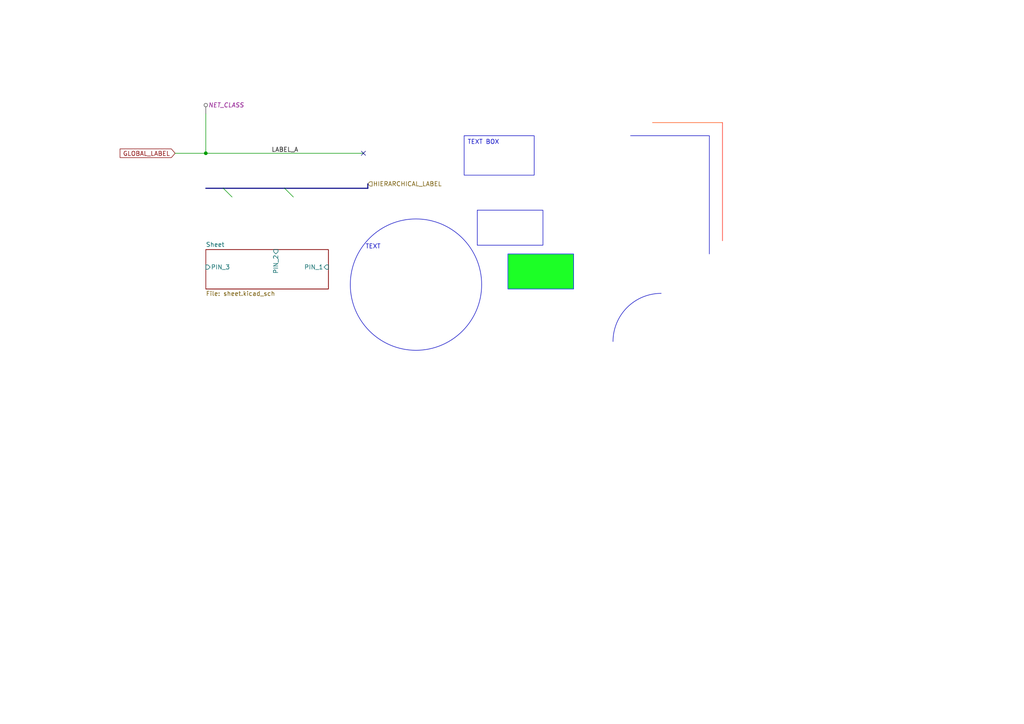
<source format=kicad_sch>
(kicad_sch
	(version 20231120)
	(generator "eeschema")
	(generator_version "8.0")
	(uuid "a626ebac-6c6b-464d-9b3f-89bf6b46198c")
	(paper "A4")
	(title_block
		(title "Test Schema containing all elements")
		(date "2024-04-10")
	)
	(lib_symbols)
	(junction
		(at 59.69 44.45)
		(diameter 0)
		(color 0 0 0 0)
		(uuid "f9cefaac-d2cc-4da2-ac82-004b5b687403")
	)
	(no_connect
		(at 105.41 44.45)
		(uuid "3ad13654-818b-40eb-8222-5859d222d36a")
	)
	(bus_entry
		(at 64.77 54.61)
		(size 2.54 2.54)
		(stroke
			(width 0)
			(type default)
		)
		(uuid "00a7edc9-9274-4c11-947c-5709fd2dfff8")
	)
	(bus_entry
		(at 82.55 54.61)
		(size 2.54 2.54)
		(stroke
			(width 0)
			(type default)
		)
		(uuid "ce52bd46-c224-4443-81a3-49c0f9dce649")
	)
	(bus
		(pts
			(xy 82.55 54.61) (xy 106.68 54.61)
		)
		(stroke
			(width 0)
			(type default)
		)
		(uuid "06b4ad96-49b0-4618-9f44-dd5e044b895e")
	)
	(wire
		(pts
			(xy 50.8 44.45) (xy 59.69 44.45)
		)
		(stroke
			(width 0)
			(type default)
		)
		(uuid "0cdc5e1b-e1e0-4fc1-aeb2-69191211a5b7")
	)
	(bus
		(pts
			(xy 59.69 54.61) (xy 64.77 54.61)
		)
		(stroke
			(width 0)
			(type default)
		)
		(uuid "3fb54315-1e32-4244-a0ec-c7125efd71be")
	)
	(bus
		(pts
			(xy 106.68 53.34) (xy 106.68 54.61)
		)
		(stroke
			(width 0)
			(type default)
		)
		(uuid "4be2dd44-40d3-4fc5-8809-16b33faa4c5a")
	)
	(polyline
		(pts
			(xy 209.55 35.56) (xy 209.55 69.85)
		)
		(stroke
			(width 0)
			(type default)
			(color 255 19 0 1)
		)
		(uuid "5bf3b5cb-36ae-4efd-b327-e481a3f98b88")
	)
	(polyline
		(pts
			(xy 205.74 73.66) (xy 205.74 39.37)
		)
		(stroke
			(width 0)
			(type default)
		)
		(uuid "5ee5a0be-32ed-4d5c-ac29-9a387bc8e2f8")
	)
	(polyline
		(pts
			(xy 182.88 39.37) (xy 205.74 39.37)
		)
		(stroke
			(width 0)
			(type default)
		)
		(uuid "654e694e-3207-4e42-b508-6fd525cc10ea")
	)
	(wire
		(pts
			(xy 59.69 33.02) (xy 59.69 44.45)
		)
		(stroke
			(width 0)
			(type default)
		)
		(uuid "822e15b0-ad84-443f-b072-7a8950f6aed7")
	)
	(polyline
		(pts
			(xy 189.23 35.56) (xy 209.55 35.56)
		)
		(stroke
			(width 0)
			(type default)
			(color 255 68 0 1)
		)
		(uuid "96c70216-d786-4406-be9a-8402413fbedd")
	)
	(bus
		(pts
			(xy 64.77 54.61) (xy 82.55 54.61)
		)
		(stroke
			(width 0)
			(type default)
		)
		(uuid "b5c18964-6103-4629-a2dd-32b760157f90")
	)
	(wire
		(pts
			(xy 105.41 44.45) (xy 59.69 44.45)
		)
		(stroke
			(width 0)
			(type default)
		)
		(uuid "ce296330-0fea-41fc-9ca6-a2cc04c2adaa")
	)
	(rectangle
		(start 147.32 73.66)
		(end 166.37 83.82)
		(stroke
			(width 0)
			(type default)
			(color 0 3 255 1)
		)
		(fill
			(type color)
			(color 28 255 38 1)
		)
		(uuid 2f048447-ced4-489f-8e15-f085ab189db6)
	)
	(arc
		(start 177.8 99.06)
		(mid 181.8917 89.1817)
		(end 191.77 85.09)
		(stroke
			(width 0)
			(type default)
		)
		(fill
			(type none)
		)
		(uuid 69bdca47-086b-49b9-81e8-04aa8560c5d5)
	)
	(circle
		(center 120.65 82.55)
		(radius 19.05)
		(stroke
			(width 0)
			(type default)
		)
		(fill
			(type none)
		)
		(uuid a15b6aa7-9a3a-4f9c-8976-b43ea5b4d79b)
	)
	(rectangle
		(start 138.43 60.96)
		(end 157.48 71.12)
		(stroke
			(width 0)
			(type default)
		)
		(fill
			(type none)
		)
		(uuid e03ac4f5-3db5-4f50-8797-a47e68f7ff05)
	)
	(text_box "TEXT BOX"
		(exclude_from_sim no)
		(at 134.62 39.37 0)
		(size 20.32 11.43)
		(stroke
			(width 0)
			(type default)
		)
		(fill
			(type none)
		)
		(effects
			(font
				(size 1.27 1.27)
			)
			(justify left top)
		)
		(uuid "4a4f771e-8595-4ff9-a138-201bd251324c")
	)
	(text "TEXT"
		(exclude_from_sim no)
		(at 108.204 71.628 0)
		(effects
			(font
				(size 1.27 1.27)
			)
		)
		(uuid "c86aa6c4-0c1c-4773-ad76-ce80c8258b2c")
	)
	(label "LABEL_A"
		(at 78.74 44.45 0)
		(fields_autoplaced yes)
		(effects
			(font
				(size 1.27 1.27)
			)
			(justify left bottom)
		)
		(uuid "e99394fb-9059-4508-8284-adda7f7c5041")
	)
	(global_label "GLOBAL_LABEL"
		(shape input)
		(at 50.8 44.45 180)
		(fields_autoplaced yes)
		(effects
			(font
				(size 1.27 1.27)
			)
			(justify right)
		)
		(uuid "fc366970-0d83-4b6f-9b27-9fc3327b2591")
		(property "Intersheetrefs" "${INTERSHEET_REFS}"
			(at 34.2681 44.45 0)
			(effects
				(font
					(size 1.27 1.27)
				)
				(justify right)
				(hide yes)
			)
		)
	)
	(hierarchical_label "HIERARCHICAL_LABEL"
		(shape input)
		(at 106.68 53.34 0)
		(fields_autoplaced yes)
		(effects
			(font
				(size 1.27 1.27)
			)
			(justify left)
		)
		(uuid "8cbc8272-e53b-401b-bd96-44a56e700309")
	)
	(netclass_flag ""
		(length 2.54)
		(shape round)
		(at 59.69 33.02 0)
		(fields_autoplaced yes)
		(effects
			(font
				(size 1.27 1.27)
			)
			(justify left bottom)
		)
		(uuid "f309592f-c7ff-4a3f-9b2f-ac4cc703f6fd")
		(property "Netclass" "NET_CLASS"
			(at 60.3885 30.48 0)
			(effects
				(font
					(size 1.27 1.27)
					(italic yes)
				)
				(justify left)
			)
		)
	)
	(sheet
		(at 59.69 72.39)
		(size 35.56 11.43)
		(fields_autoplaced yes)
		(stroke
			(width 0.1524)
			(type solid)
		)
		(fill
			(color 0 0 0 0.0000)
		)
		(uuid "cfa94a8c-d4fd-4e52-a221-2a8b7aaf60dd")
		(property "Sheetname" "Sheet"
			(at 59.69 71.6784 0)
			(effects
				(font
					(size 1.27 1.27)
				)
				(justify left bottom)
			)
		)
		(property "Sheetfile" "sheet.kicad_sch"
			(at 59.69 84.4046 0)
			(effects
				(font
					(size 1.27 1.27)
				)
				(justify left top)
			)
		)
		(pin "PIN_1" input
			(at 95.25 77.47 0)
			(effects
				(font
					(size 1.27 1.27)
				)
				(justify right)
			)
			(uuid "ebc9e90b-b545-40f2-9b36-d6a139ffeb3b")
		)
		(pin "PIN_2" input
			(at 80.01 72.39 90)
			(effects
				(font
					(size 1.27 1.27)
				)
				(justify right)
			)
			(uuid "58516964-2b3f-4c26-b532-98dbaf7ddfbe")
		)
		(pin "PIN_3" input
			(at 59.69 77.47 180)
			(effects
				(font
					(size 1.27 1.27)
				)
				(justify left)
			)
			(uuid "46032317-fcdc-4ef8-bb2a-dde6dbf84c16")
		)
		(instances
			(project "all_elements"
				(path "/a626ebac-6c6b-464d-9b3f-89bf6b46198c"
					(page "2")
				)
			)
		)
	)
	(sheet_instances
		(path "/"
			(page "1")
		)
	)
)
</source>
